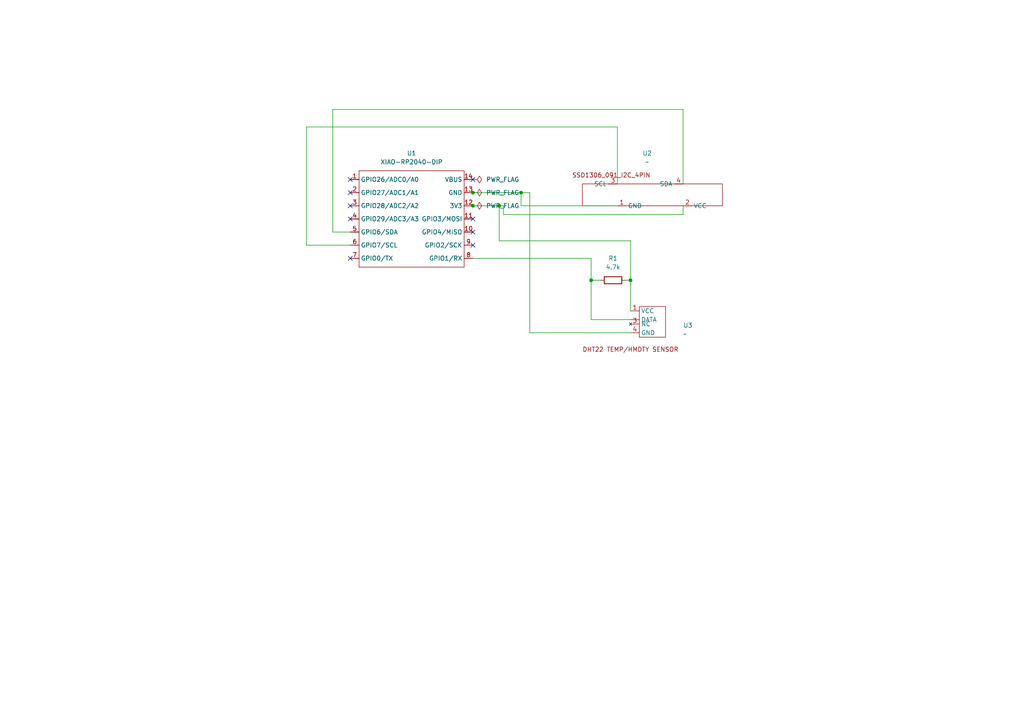
<source format=kicad_sch>
(kicad_sch (version 20250114) (generator "eeschema") (generator_version "9.0")
  (paper "A4")
  (lib_symbols
    (symbol "Device:R" (pin_numbers (hide yes)) (pin_names (offset 0))
      (property "Reference" "R" (at 2.032 0 90))
      (property "Value" "R" (at 0 0 90))
      (symbol "R_0_1"
        (rectangle (start -1.016 -2.54) (end 1.016 2.54) (stroke (width 0.254)))
      )
      (symbol "R_1_1"
        (pin passive line (at 0 3.81 270) (length 1.27) (name "~") (number "1"))
        (pin passive line (at 0 -3.81 90) (length 1.27) (name "~") (number "2"))
      )
    )
    (symbol "Kicad-SSD1306-0.91-OLED-4pin-symbol:SSD1306_091_I2C_4PIN"
      (property "Reference" "U" (at 0 0 0))
      (symbol "SSD1306_091_I2C_4PIN_0_1"
        (rectangle (start -21.59 -2.54) (end 19.05 -8.89))
      )
      (symbol "SSD1306_091_I2C_4PIN_1_1"
        (text "SSD1306_091_I2C_4PIN" (at -13.208 0 0) (effects (font (size 1.27 1.27))))
        (pin bidirectional line (at -11.43 -2.54 180) (length 2.54) (name "SCL") (number "3"))
        (pin power_in line (at -11.43 -8.89 0) (length 2.54) (name "GND") (number "1"))
        (pin bidirectional line (at 7.62 -2.54 180) (length 2.54) (name "SDA") (number "4"))
        (pin power_in line (at 7.62 -8.89 0) (length 2.54) (name "VCC") (number "2"))
      )
    )
    (symbol "Seeed_Studio_XIAO_Series:XIAO-RP2040-DIP"
      (property "Reference" "U" (at 0 0 0))
      (property "Value" "XIAO-RP2040-DIP" (at 5.334 -1.778 0))
      (symbol "XIAO-RP2040-DIP_1_0"
        (polyline (pts (xy -1.27 -2.54) (xy 29.21 -2.54)) (stroke (width 0.1524)))
        (polyline (pts (xy -1.27 -5.08) (xy -2.54 -5.08)) (stroke (width 0.1524)))
        (polyline (pts (xy -1.27 -5.08) (xy -1.27 -2.54)) (stroke (width 0.1524)))
        (polyline (pts (xy -1.27 -8.89) (xy -2.54 -8.89)) (stroke (width 0.1524)))
        (polyline (pts (xy -1.27 -8.89) (xy -1.27 -5.08)) (stroke (width 0.1524)))
        (polyline (pts (xy -1.27 -12.7) (xy -2.54 -12.7)) (stroke (width 0.1524)))
        (polyline (pts (xy -1.27 -12.7) (xy -1.27 -8.89)) (stroke (width 0.1524)))
        (polyline (pts (xy -1.27 -16.51) (xy -2.54 -16.51)) (stroke (width 0.1524)))
        (polyline (pts (xy -1.27 -16.51) (xy -1.27 -12.7)) (stroke (width 0.1524)))
        (polyline (pts (xy -1.27 -20.32) (xy -2.54 -20.32)) (stroke (width 0.1524)))
        (polyline (pts (xy -1.27 -24.13) (xy -2.54 -24.13)) (stroke (width 0.1524)))
        (polyline (pts (xy -1.27 -27.94) (xy -2.54 -27.94)) (stroke (width 0.1524)))
        (polyline (pts (xy -1.27 -30.48) (xy -1.27 -16.51)) (stroke (width 0.1524)))
        (polyline (pts (xy 29.21 -2.54) (xy 29.21 -5.08)) (stroke (width 0.1524)))
        (polyline (pts (xy 29.21 -5.08) (xy 29.21 -8.89)) (stroke (width 0.1524)))
        (polyline (pts (xy 29.21 -8.89) (xy 29.21 -12.7)) (stroke (width 0.1524)))
        (polyline (pts (xy 29.21 -12.7) (xy 29.21 -30.48)) (stroke (width 0.1524)))
        (polyline (pts (xy 29.21 -30.48) (xy -1.27 -30.48)) (stroke (width 0.1524)))
        (polyline (pts (xy 30.48 -5.08) (xy 29.21 -5.08)) (stroke (width 0.1524)))
        (polyline (pts (xy 30.48 -8.89) (xy 29.21 -8.89)) (stroke (width 0.1524)))
        (polyline (pts (xy 30.48 -12.7) (xy 29.21 -12.7)) (stroke (width 0.1524)))
        (polyline (pts (xy 30.48 -16.51) (xy 29.21 -16.51)) (stroke (width 0.1524)))
        (polyline (pts (xy 30.48 -20.32) (xy 29.21 -20.32)) (stroke (width 0.1524)))
        (polyline (pts (xy 30.48 -24.13) (xy 29.21 -24.13)) (stroke (width 0.1524)))
        (polyline (pts (xy 30.48 -27.94) (xy 29.21 -27.94)) (stroke (width 0.1524)))
        (pin passive line (at -3.81 -5.08 0) (length 2.54) (name "GPIO26/ADC0/A0") (number "1"))
        (pin passive line (at -3.81 -8.89 0) (length 2.54) (name "GPIO27/ADC1/A1") (number "2"))
        (pin passive line (at -3.81 -12.7 0) (length 2.54) (name "GPIO28/ADC2/A2") (number "3"))
        (pin passive line (at -3.81 -16.51 0) (length 2.54) (name "GPIO29/ADC3/A3") (number "4"))
        (pin passive line (at -3.81 -20.32 0) (length 2.54) (name "GPIO6/SDA") (number "5"))
        (pin passive line (at -3.81 -24.13 0) (length 2.54) (name "GPIO7/SCL") (number "6"))
        (pin passive line (at -3.81 -27.94 0) (length 2.54) (name "GPIO0/TX") (number "7"))
        (pin passive line (at 31.75 -5.08 180) (length 2.54) (name "VBUS") (number "14"))
        (pin passive line (at 31.75 -8.89 180) (length 2.54) (name "GND") (number "13"))
        (pin passive line (at 31.75 -12.7 180) (length 2.54) (name "3V3") (number "12"))
        (pin passive line (at 31.75 -16.51 180) (length 2.54) (name "GPIO3/MOSI") (number "11"))
        (pin passive line (at 31.75 -20.32 180) (length 2.54) (name "GPIO4/MISO") (number "10"))
        (pin passive line (at 31.75 -24.13 180) (length 2.54) (name "GPIO2/SCK") (number "9"))
        (pin passive line (at 31.75 -27.94 180) (length 2.54) (name "GPIO1/RX") (number "8"))
      )
    )
    (symbol "dht22:DHT22"
      (property "Reference" "U" (at 0 0 0))
      (symbol "DHT22_0_1"
        (rectangle (start 2.54 -8.89) (end 10.16 0))
      )
      (symbol "DHT22_1_1"
        (text "DHT22 TEMP/HMDTY SENSOR" (at 0 -12.446 0) (effects (font (size 1.27 1.27))))
        (pin power_in line (at 0 -1.27 0) (length 2.54) (name "VCC") (number "1"))
        (pin bidirectional line (at 0 -3.81 0) (length 2.54) (name "DATA") (number ""))
        (pin no_connect line (at 0 -5.08 0) (length 2.54) (name "NC") (number "3"))
        (pin power_in line (at 0 -7.62 0) (length 2.54) (name "GND") (number "4"))
      )
    )
    (symbol "power:PWR_FLAG" (power) (pin_numbers (hide yes)) (pin_names (offset 0) (hide yes))
      (property "Value" "PWR_FLAG" (at 0 3.81 0))
      (symbol "PWR_FLAG_0_0"
        (pin power_out line (at 0 0 90) (length 0) (name "~") (number "1"))
      )
      (symbol "PWR_FLAG_0_1"
        (polyline (pts (xy 0 0) (xy 0 1.27) (xy -1.016 1.905) (xy 0 2.54) (xy 1.016 1.905) (xy 0 1.27)))
      )
    )
  )
  (junction (at 151.13 55.88))
  (junction (at 137.16 55.88))
  (junction (at 144.78 59.69))
  (junction (at 182.88 81.28))
  (junction (at 171.45 81.28))
  (junction (at 137.16 59.69))
  (no_connect (at 101.6 59.69))
  (no_connect (at 137.16 52.07))
  (no_connect (at 137.16 67.31))
  (no_connect (at 137.16 71.12))
  (no_connect (at 101.6 63.5))
  (no_connect (at 101.6 74.93))
  (no_connect (at 137.16 63.5))
  (no_connect (at 101.6 52.07))
  (no_connect (at 101.6 55.88))
  (wire (pts (xy 181.61 81.28) (xy 182.88 81.28)))
  (wire (pts (xy 96.52 67.31) (xy 101.6 67.31)))
  (wire (pts (xy 182.88 69.85) (xy 144.78 69.85)))
  (wire (pts (xy 144.78 59.69) (xy 146.05 59.69)))
  (wire (pts (xy 171.45 81.28) (xy 173.99 81.28)))
  (wire (pts (xy 182.88 81.28) (xy 182.88 69.85)))
  (wire (pts (xy 144.78 69.85) (xy 144.78 59.69)))
  (wire (pts (xy 198.12 53.34) (xy 198.12 31.75)))
  (wire (pts (xy 182.88 92.71) (xy 171.45 92.71)))
  (wire (pts (xy 88.9 71.12) (xy 101.6 71.12)))
  (wire (pts (xy 151.13 55.88) (xy 153.67 55.88)))
  (wire (pts (xy 137.16 74.93) (xy 171.45 74.93)))
  (wire (pts (xy 137.16 55.88) (xy 151.13 55.88)))
  (wire (pts (xy 151.13 59.69) (xy 151.13 55.88)))
  (wire (pts (xy 198.12 62.23) (xy 146.05 62.23)))
  (wire (pts (xy 198.12 59.69) (xy 198.12 62.23)))
  (wire (pts (xy 146.05 62.23) (xy 146.05 59.69)))
  (wire (pts (xy 182.88 90.17) (xy 182.88 81.28)))
  (wire (pts (xy 198.12 31.75) (xy 96.52 31.75)))
  (wire (pts (xy 171.45 92.71) (xy 171.45 81.28)))
  (wire (pts (xy 179.07 59.69) (xy 151.13 59.69)))
  (wire (pts (xy 88.9 36.83) (xy 88.9 71.12)))
  (wire (pts (xy 182.88 96.52) (xy 153.67 96.52)))
  (wire (pts (xy 171.45 81.28) (xy 171.45 74.93)))
  (wire (pts (xy 137.16 59.69) (xy 144.78 59.69)))
  (wire (pts (xy 179.07 36.83) (xy 88.9 36.83)))
  (wire (pts (xy 96.52 31.75) (xy 96.52 67.31)))
  (wire (pts (xy 179.07 53.34) (xy 179.07 36.83)))
  (wire (pts (xy 153.67 96.52) (xy 153.67 55.88)))
  (symbol (lib_id "Device:R") (at 177.8 81.28 90) (unit 1)
    (property "Reference" "R1" (at 177.8 74.93 90))
    (property "Value" "4.7k" (at 177.8 77.47 90))
    (property "Footprint" "Resistor_THT:R_Axial_DIN0207_L6.3mm_D2.5mm_P10.16mm_Horizontal" (effects (hide yes)))
    (property "Description" "Resistor" (effects (hide yes)))
  )
  (symbol (lib_id "Seeed_Studio_XIAO_Series:XIAO-RP2040-DIP") (at 105.41 46.99 0) (unit 1)
    (property "Reference" "U1" (at 119.38 44.45 0))
    (property "Value" "XIAO-RP2040-DIP" (at 119.38 46.99 0))
    (property "Footprint" "Seeed Studio XIAO Series Library:XIAO-RP2040-DIP" (effects (hide yes)))
  )
  (symbol (lib_id "power:PWR_FLAG") (at 137.16 55.88 270) (unit 1)
    (property "Reference" "#FLG02" (effects (hide yes)))
    (property "Value" "PWR_FLAG" (at 140.97 55.8799 90) (effects (justify left)))
    (property "Description" "Special symbol for telling ERC where power comes from" (effects (hide yes)))
  )
  (symbol (lib_id "Kicad-SSD1306-0.91-OLED-4pin-symbol:SSD1306_091_I2C_4PIN") (at 190.5 50.8 0) (unit 1)
    (property "Reference" "U2" (at 187.726 44.45 0))
    (property "Value" "~" (at 187.726 46.99 0))
    (property "Footprint" "KiCad-SSD1306-0.91-OLED-4pin-128x32:SSD1306-0.91-OLED-4pin-128x32" (effects (hide yes)))
  )
  (symbol (lib_id "dht22:DHT22") (at 182.88 88.9 0) (unit 1)
    (property "Reference" "U3" (at 198.12 94.3637 0) (effects (justify left)))
    (property "Value" "~" (at 198.12 96.9037 0) (effects (justify left)))
    (property "Footprint" "Sensors:DHT22_Temperature_Humidity" (effects (hide yes)))
  )
  (symbol (lib_id "power:PWR_FLAG") (at 137.16 52.07 270) (unit 1)
    (property "Reference" "#FLG01" (effects (hide yes)))
    (property "Value" "PWR_FLAG" (at 140.97 52.0699 90) (effects (justify left)))
    (property "Description" "Special symbol for telling ERC where power comes from" (effects (hide yes)))
  )
  (symbol (lib_id "power:PWR_FLAG") (at 137.16 59.69 270) (unit 1)
    (property "Reference" "#FLG03" (effects (hide yes)))
    (property "Value" "PWR_FLAG" (at 140.97 59.6899 90) (effects (justify left)))
    (property "Description" "Special symbol for telling ERC where power comes from" (effects (hide yes)))
  )
)
</source>
